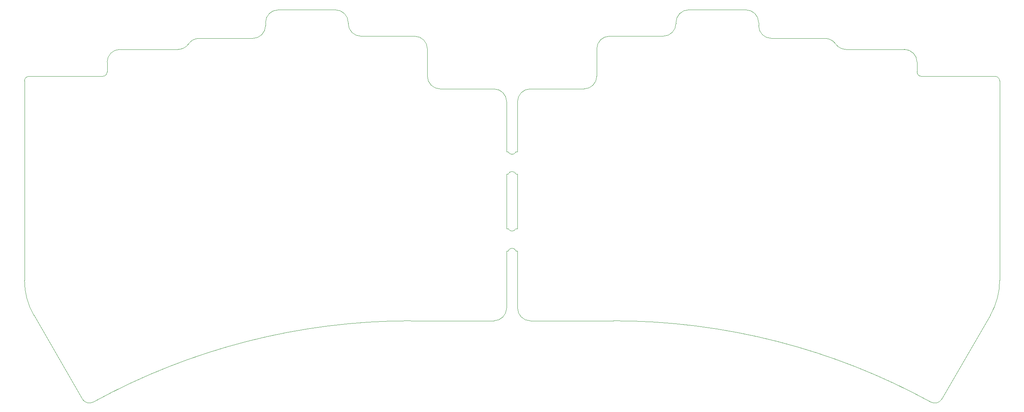
<source format=gbr>
%TF.GenerationSoftware,KiCad,Pcbnew,7.0.6*%
%TF.CreationDate,2024-11-05T18:23:53-06:00*%
%TF.ProjectId,main,6d61696e-2e6b-4696-9361-645f70636258,rev?*%
%TF.SameCoordinates,Original*%
%TF.FileFunction,Profile,NP*%
%FSLAX46Y46*%
G04 Gerber Fmt 4.6, Leading zero omitted, Abs format (unit mm)*
G04 Created by KiCad (PCBNEW 7.0.6) date 2024-11-05 18:23:53*
%MOMM*%
%LPD*%
G01*
G04 APERTURE LIST*
%TA.AperFunction,Profile*%
%ADD10C,0.050012*%
%TD*%
G04 APERTURE END LIST*
D10*
X223581490Y-105253622D02*
G75*
G03*
X151441997Y-86745543I-72139490J-131336078D01*
G01*
X184441309Y-19548021D02*
X184441309Y-18845479D01*
X91154973Y-18844743D02*
G75*
G03*
X88255818Y-15945327I-2899673J-257D01*
G01*
X162744687Y-21946727D02*
G75*
G03*
X165642827Y-19048530I-87J2898227D01*
G01*
X127155663Y-48235108D02*
X127155663Y-36843940D01*
X168541954Y-15946127D02*
G75*
G03*
X165642827Y-18845564I546J-2899673D01*
G01*
X129274617Y-65761108D02*
X129642108Y-65761108D01*
X129323662Y-70890892D02*
X129642108Y-70890892D01*
X181542578Y-15946149D02*
X168541954Y-15946149D01*
X91154945Y-19047709D02*
X91154945Y-18844743D01*
X57256246Y-22445354D02*
G75*
G03*
X54872089Y-23695520I254J-2898946D01*
G01*
X127483426Y-48235108D02*
G75*
G03*
X129299640Y-48235108I908107J358540D01*
G01*
X129642157Y-83847403D02*
G75*
G03*
X132540248Y-86745543I2898043J-97D01*
G01*
X127155700Y-36843940D02*
G75*
G03*
X124257523Y-33945800I-2898200J-60D01*
G01*
X69458322Y-22445362D02*
G75*
G03*
X72356462Y-19547200I-22J2898162D01*
G01*
X199541526Y-22446161D02*
X187339449Y-22446161D01*
X127155663Y-83846582D02*
X127155663Y-70890892D01*
X124257523Y-33945800D02*
X112053048Y-33945800D01*
X237109504Y-85451694D02*
G75*
G03*
X239223296Y-77562964I-13662704J7888494D01*
G01*
X17574475Y-77562143D02*
G75*
G03*
X19688263Y-85450875I15776635J-207D01*
G01*
X129642108Y-53364892D02*
X129298541Y-53364892D01*
X18590729Y-31089289D02*
G75*
G03*
X17574729Y-32105281I41J-1016041D01*
G01*
X226079944Y-104555542D02*
X237109508Y-85451696D01*
X220441492Y-30074108D02*
G75*
G03*
X221457491Y-31090108I1016008J8D01*
G01*
X239223092Y-32106102D02*
G75*
G03*
X238207042Y-31090108I-1016092J-98D01*
G01*
X184441351Y-18845479D02*
G75*
G03*
X181542578Y-15946149I-2899051J279D01*
G01*
X75255194Y-15945322D02*
G75*
G03*
X72356462Y-18844657I196J-2898928D01*
G01*
X223581479Y-105253642D02*
G75*
G03*
X226079943Y-104555542I892621J1625342D01*
G01*
X52488362Y-24945309D02*
X39256122Y-24945309D01*
X106255781Y-21945849D02*
X94053085Y-21945849D01*
X217541649Y-24946130D02*
X204309410Y-24946130D01*
X30717837Y-104554715D02*
G75*
G03*
X33216281Y-105252801I1605763J927015D01*
G01*
X124257523Y-86744663D02*
G75*
G03*
X127155663Y-83846582I77J2898063D01*
G01*
X144744723Y-33946621D02*
X132540248Y-33946621D01*
X39256122Y-24945310D02*
G75*
G03*
X36356280Y-27844690I-702J-2899140D01*
G01*
X109154900Y-31047660D02*
G75*
G03*
X112053048Y-33945800I2898100J-40D01*
G01*
X129642108Y-48235108D02*
X129299640Y-48235108D01*
X147642863Y-24845791D02*
X147642863Y-31048481D01*
X129298541Y-53364892D02*
G75*
G03*
X127495459Y-53364892I-901541J-355400D01*
G01*
X150541990Y-21946663D02*
G75*
G03*
X147642863Y-24845791I710J-2899837D01*
G01*
X105355774Y-86744722D02*
X124257523Y-86744722D01*
X35340280Y-31089280D02*
G75*
G03*
X36356280Y-30073287I20J1015980D01*
G01*
X129642108Y-36844761D02*
X129642108Y-48235108D01*
X184441239Y-19548021D02*
G75*
G03*
X187339449Y-22446161I2898061J-79D01*
G01*
X72356462Y-18844657D02*
X72356462Y-19547200D01*
X129323662Y-70890892D02*
G75*
G03*
X127470338Y-70890892I-926662J-305377D01*
G01*
X132540248Y-86745543D02*
X151441997Y-86745543D01*
X144744723Y-33946563D02*
G75*
G03*
X147642863Y-31048481I77J2898063D01*
G01*
X201925709Y-23696324D02*
G75*
G03*
X199541526Y-22446161I-2384509J-1648976D01*
G01*
X19688263Y-85450875D02*
X30717828Y-104554720D01*
X239223296Y-77562964D02*
X239223042Y-32106102D01*
X132540248Y-33946708D02*
G75*
G03*
X129642108Y-36844761I52J-2898192D01*
G01*
X220441470Y-27845511D02*
G75*
G03*
X217541649Y-24946130I-2899070J311D01*
G01*
X52488362Y-24945330D02*
G75*
G03*
X54872089Y-23695520I-62J2898230D01*
G01*
X129642108Y-70890892D02*
X129642108Y-83847403D01*
X109154908Y-31047660D02*
X109154908Y-24844969D01*
X127155663Y-53364892D02*
X127155663Y-65761108D01*
X127495459Y-53364892D02*
X127155663Y-53364892D01*
X105355774Y-86744723D02*
G75*
G03*
X33216281Y-105252801I-4J-149844157D01*
G01*
X238207042Y-31090108D02*
X221457491Y-31090108D01*
X162744687Y-21946670D02*
X150541990Y-21946670D01*
X109154851Y-24844969D02*
G75*
G03*
X106255781Y-21945849I-2899751J-631D01*
G01*
X88255818Y-15945327D02*
X75255194Y-15945327D01*
X69458322Y-22445340D02*
X57256246Y-22445340D01*
X91154951Y-19047709D02*
G75*
G03*
X94053085Y-21945849I2898149J9D01*
G01*
X127155663Y-70890892D02*
X127470338Y-70890892D01*
X127155663Y-65761108D02*
X127519383Y-65761108D01*
X35340280Y-31089287D02*
X18590729Y-31089287D01*
X201925680Y-23696344D02*
G75*
G03*
X204309410Y-24946130I2383720J1648344D01*
G01*
X127483427Y-48235108D02*
X127155663Y-48235108D01*
X129642108Y-65761108D02*
X129642108Y-53364892D01*
X165642827Y-18845564D02*
X165642827Y-19048530D01*
X17574729Y-32105281D02*
X17574475Y-77562143D01*
X36356280Y-27844690D02*
X36356280Y-30073287D01*
X127519384Y-65761108D02*
G75*
G03*
X129274616Y-65761108I877616J406434D01*
G01*
X220441491Y-30074108D02*
X220441491Y-27845511D01*
M02*

</source>
